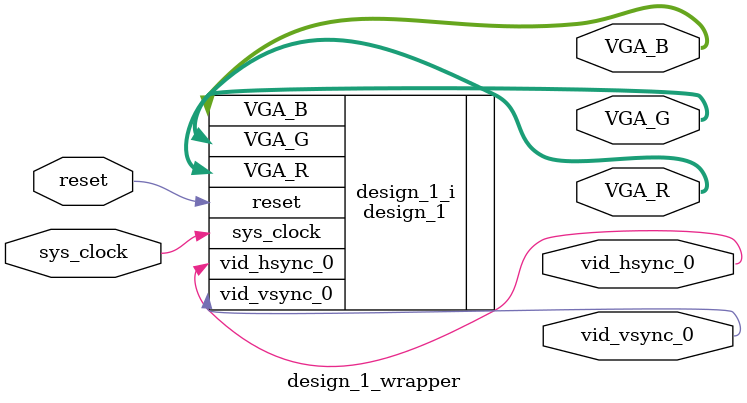
<source format=v>
`timescale 1 ps / 1 ps

module design_1_wrapper
   (VGA_B,
    VGA_G,
    VGA_R,
    reset,
    sys_clock,
    vid_hsync_0,
    vid_vsync_0);
  output [3:0]VGA_B;
  output [3:0]VGA_G;
  output [3:0]VGA_R;
  input reset;
  input sys_clock;
  output vid_hsync_0;
  output vid_vsync_0;

  wire [3:0]VGA_B;
  wire [3:0]VGA_G;
  wire [3:0]VGA_R;
  wire reset;
  wire sys_clock;
  wire vid_hsync_0;
  wire vid_vsync_0;

  design_1 design_1_i
       (.VGA_B(VGA_B),
        .VGA_G(VGA_G),
        .VGA_R(VGA_R),
        .reset(reset),
        .sys_clock(sys_clock),
        .vid_hsync_0(vid_hsync_0),
        .vid_vsync_0(vid_vsync_0));
endmodule

</source>
